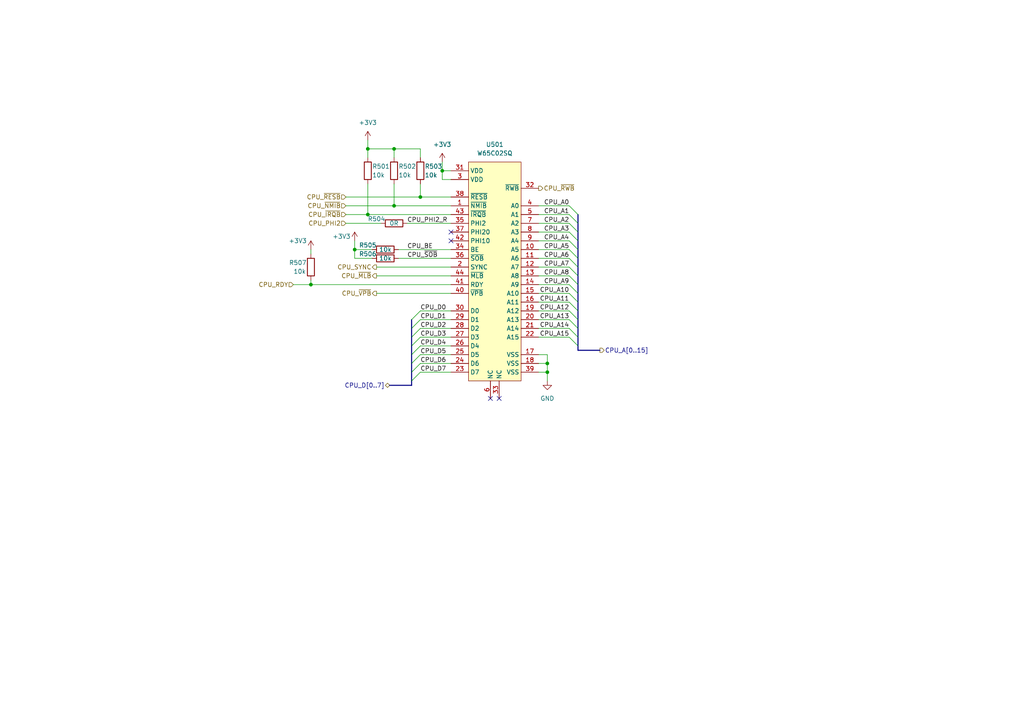
<source format=kicad_sch>
(kicad_sch (version 20211123) (generator eeschema)

  (uuid 1554b493-fb7d-4e68-9cf0-2176cd5306d4)

  (paper "A4")

  (lib_symbols
    (symbol "Device:R" (pin_numbers hide) (pin_names (offset 0)) (in_bom yes) (on_board yes)
      (property "Reference" "R" (id 0) (at 2.032 0 90)
        (effects (font (size 1.27 1.27)))
      )
      (property "Value" "R" (id 1) (at 0 0 90)
        (effects (font (size 1.27 1.27)))
      )
      (property "Footprint" "" (id 2) (at -1.778 0 90)
        (effects (font (size 1.27 1.27)) hide)
      )
      (property "Datasheet" "~" (id 3) (at 0 0 0)
        (effects (font (size 1.27 1.27)) hide)
      )
      (property "ki_keywords" "R res resistor" (id 4) (at 0 0 0)
        (effects (font (size 1.27 1.27)) hide)
      )
      (property "ki_description" "Resistor" (id 5) (at 0 0 0)
        (effects (font (size 1.27 1.27)) hide)
      )
      (property "ki_fp_filters" "R_*" (id 6) (at 0 0 0)
        (effects (font (size 1.27 1.27)) hide)
      )
      (symbol "R_0_1"
        (rectangle (start -1.016 -2.54) (end 1.016 2.54)
          (stroke (width 0.254) (type default) (color 0 0 0 0))
          (fill (type none))
        )
      )
      (symbol "R_1_1"
        (pin passive line (at 0 3.81 270) (length 1.27)
          (name "~" (effects (font (size 1.27 1.27))))
          (number "1" (effects (font (size 1.27 1.27))))
        )
        (pin passive line (at 0 -3.81 90) (length 1.27)
          (name "~" (effects (font (size 1.27 1.27))))
          (number "2" (effects (font (size 1.27 1.27))))
        )
      )
    )
    (symbol "IC:W65C02SQ" (in_bom yes) (on_board yes)
      (property "Reference" "U" (id 0) (at 0 0 0)
        (effects (font (size 1.27 1.27)))
      )
      (property "Value" "W65C02SQ" (id 1) (at 8.89 1.27 0)
        (effects (font (size 1.27 1.27)))
      )
      (property "Footprint" "Package_QFP:LQFP-44_10x10mm_P0.8mm" (id 2) (at 0 0 0)
        (effects (font (size 1.27 1.27)) hide)
      )
      (property "Datasheet" "" (id 3) (at 0 0 0)
        (effects (font (size 1.27 1.27)) hide)
      )
      (symbol "W65C02SQ_0_1"
        (rectangle (start -1.27 -1.27) (end 13.97 -64.77)
          (stroke (width 0) (type default) (color 0 0 0 0))
          (fill (type background))
        )
      )
      (symbol "W65C02SQ_1_1"
        (pin bidirectional line (at -6.35 -13.97 0) (length 5.08)
          (name "~{NMIB}" (effects (font (size 1.27 1.27))))
          (number "1" (effects (font (size 1.27 1.27))))
        )
        (pin bidirectional line (at 19.05 -26.67 180) (length 5.08)
          (name "A5" (effects (font (size 1.27 1.27))))
          (number "10" (effects (font (size 1.27 1.27))))
        )
        (pin bidirectional line (at 19.05 -29.21 180) (length 5.08)
          (name "A6" (effects (font (size 1.27 1.27))))
          (number "11" (effects (font (size 1.27 1.27))))
        )
        (pin bidirectional line (at 19.05 -31.75 180) (length 5.08)
          (name "A7" (effects (font (size 1.27 1.27))))
          (number "12" (effects (font (size 1.27 1.27))))
        )
        (pin bidirectional line (at 19.05 -34.29 180) (length 5.08)
          (name "A8" (effects (font (size 1.27 1.27))))
          (number "13" (effects (font (size 1.27 1.27))))
        )
        (pin bidirectional line (at 19.05 -36.83 180) (length 5.08)
          (name "A9" (effects (font (size 1.27 1.27))))
          (number "14" (effects (font (size 1.27 1.27))))
        )
        (pin bidirectional line (at 19.05 -39.37 180) (length 5.08)
          (name "A10" (effects (font (size 1.27 1.27))))
          (number "15" (effects (font (size 1.27 1.27))))
        )
        (pin bidirectional line (at 19.05 -41.91 180) (length 5.08)
          (name "A11" (effects (font (size 1.27 1.27))))
          (number "16" (effects (font (size 1.27 1.27))))
        )
        (pin bidirectional line (at 19.05 -57.15 180) (length 5.08)
          (name "VSS" (effects (font (size 1.27 1.27))))
          (number "17" (effects (font (size 1.27 1.27))))
        )
        (pin bidirectional line (at 19.05 -59.69 180) (length 5.08)
          (name "VSS" (effects (font (size 1.27 1.27))))
          (number "18" (effects (font (size 1.27 1.27))))
        )
        (pin bidirectional line (at 19.05 -44.45 180) (length 5.08)
          (name "A12" (effects (font (size 1.27 1.27))))
          (number "19" (effects (font (size 1.27 1.27))))
        )
        (pin bidirectional line (at -6.35 -31.75 0) (length 5.08)
          (name "SYNC" (effects (font (size 1.27 1.27))))
          (number "2" (effects (font (size 1.27 1.27))))
        )
        (pin bidirectional line (at 19.05 -46.99 180) (length 5.08)
          (name "A13" (effects (font (size 1.27 1.27))))
          (number "20" (effects (font (size 1.27 1.27))))
        )
        (pin bidirectional line (at 19.05 -49.53 180) (length 5.08)
          (name "A14" (effects (font (size 1.27 1.27))))
          (number "21" (effects (font (size 1.27 1.27))))
        )
        (pin bidirectional line (at 19.05 -52.07 180) (length 5.08)
          (name "A15" (effects (font (size 1.27 1.27))))
          (number "22" (effects (font (size 1.27 1.27))))
        )
        (pin bidirectional line (at -6.35 -62.23 0) (length 5.08)
          (name "D7" (effects (font (size 1.27 1.27))))
          (number "23" (effects (font (size 1.27 1.27))))
        )
        (pin bidirectional line (at -6.35 -59.69 0) (length 5.08)
          (name "D6" (effects (font (size 1.27 1.27))))
          (number "24" (effects (font (size 1.27 1.27))))
        )
        (pin bidirectional line (at -6.35 -57.15 0) (length 5.08)
          (name "D5" (effects (font (size 1.27 1.27))))
          (number "25" (effects (font (size 1.27 1.27))))
        )
        (pin bidirectional line (at -6.35 -54.61 0) (length 5.08)
          (name "D4" (effects (font (size 1.27 1.27))))
          (number "26" (effects (font (size 1.27 1.27))))
        )
        (pin bidirectional line (at -6.35 -52.07 0) (length 5.08)
          (name "D3" (effects (font (size 1.27 1.27))))
          (number "27" (effects (font (size 1.27 1.27))))
        )
        (pin bidirectional line (at -6.35 -49.53 0) (length 5.08)
          (name "D2" (effects (font (size 1.27 1.27))))
          (number "28" (effects (font (size 1.27 1.27))))
        )
        (pin bidirectional line (at -6.35 -46.99 0) (length 5.08)
          (name "D1" (effects (font (size 1.27 1.27))))
          (number "29" (effects (font (size 1.27 1.27))))
        )
        (pin bidirectional line (at -6.35 -6.35 0) (length 5.08)
          (name "VDD" (effects (font (size 1.27 1.27))))
          (number "3" (effects (font (size 1.27 1.27))))
        )
        (pin bidirectional line (at -6.35 -44.45 0) (length 5.08)
          (name "D0" (effects (font (size 1.27 1.27))))
          (number "30" (effects (font (size 1.27 1.27))))
        )
        (pin bidirectional line (at -6.35 -3.81 0) (length 5.08)
          (name "VDD" (effects (font (size 1.27 1.27))))
          (number "31" (effects (font (size 1.27 1.27))))
        )
        (pin bidirectional line (at 19.05 -8.89 180) (length 5.08)
          (name "~{RWB}" (effects (font (size 1.27 1.27))))
          (number "32" (effects (font (size 1.27 1.27))))
        )
        (pin bidirectional line (at 7.62 -69.85 90) (length 5.08)
          (name "NC" (effects (font (size 1.27 1.27))))
          (number "33" (effects (font (size 1.27 1.27))))
        )
        (pin bidirectional line (at -6.35 -26.67 0) (length 5.08)
          (name "BE" (effects (font (size 1.27 1.27))))
          (number "34" (effects (font (size 1.27 1.27))))
        )
        (pin bidirectional line (at -6.35 -19.05 0) (length 5.08)
          (name "PHI2" (effects (font (size 1.27 1.27))))
          (number "35" (effects (font (size 1.27 1.27))))
        )
        (pin bidirectional line (at -6.35 -29.21 0) (length 5.08)
          (name "~{SOB}" (effects (font (size 1.27 1.27))))
          (number "36" (effects (font (size 1.27 1.27))))
        )
        (pin bidirectional line (at -6.35 -21.59 0) (length 5.08)
          (name "PHI20" (effects (font (size 1.27 1.27))))
          (number "37" (effects (font (size 1.27 1.27))))
        )
        (pin bidirectional line (at -6.35 -11.43 0) (length 5.08)
          (name "~{RESB}" (effects (font (size 1.27 1.27))))
          (number "38" (effects (font (size 1.27 1.27))))
        )
        (pin bidirectional line (at 19.05 -62.23 180) (length 5.08)
          (name "VSS" (effects (font (size 1.27 1.27))))
          (number "39" (effects (font (size 1.27 1.27))))
        )
        (pin bidirectional line (at 19.05 -13.97 180) (length 5.08)
          (name "A0" (effects (font (size 1.27 1.27))))
          (number "4" (effects (font (size 1.27 1.27))))
        )
        (pin bidirectional line (at -6.35 -39.37 0) (length 5.08)
          (name "~{VPB}" (effects (font (size 1.27 1.27))))
          (number "40" (effects (font (size 1.27 1.27))))
        )
        (pin bidirectional line (at -6.35 -36.83 0) (length 5.08)
          (name "RDY" (effects (font (size 1.27 1.27))))
          (number "41" (effects (font (size 1.27 1.27))))
        )
        (pin bidirectional line (at -6.35 -24.13 0) (length 5.08)
          (name "PHI10" (effects (font (size 1.27 1.27))))
          (number "42" (effects (font (size 1.27 1.27))))
        )
        (pin bidirectional line (at -6.35 -16.51 0) (length 5.08)
          (name "~{IRQB}" (effects (font (size 1.27 1.27))))
          (number "43" (effects (font (size 1.27 1.27))))
        )
        (pin bidirectional line (at -6.35 -34.29 0) (length 5.08)
          (name "~{MLB}" (effects (font (size 1.27 1.27))))
          (number "44" (effects (font (size 1.27 1.27))))
        )
        (pin bidirectional line (at 19.05 -16.51 180) (length 5.08)
          (name "A1" (effects (font (size 1.27 1.27))))
          (number "5" (effects (font (size 1.27 1.27))))
        )
        (pin bidirectional line (at 5.08 -69.85 90) (length 5.08)
          (name "NC" (effects (font (size 1.27 1.27))))
          (number "6" (effects (font (size 1.27 1.27))))
        )
        (pin bidirectional line (at 19.05 -19.05 180) (length 5.08)
          (name "A2" (effects (font (size 1.27 1.27))))
          (number "7" (effects (font (size 1.27 1.27))))
        )
        (pin bidirectional line (at 19.05 -21.59 180) (length 5.08)
          (name "A3" (effects (font (size 1.27 1.27))))
          (number "8" (effects (font (size 1.27 1.27))))
        )
        (pin bidirectional line (at 19.05 -24.13 180) (length 5.08)
          (name "A4" (effects (font (size 1.27 1.27))))
          (number "9" (effects (font (size 1.27 1.27))))
        )
      )
    )
    (symbol "power:+3V3" (power) (pin_names (offset 0)) (in_bom yes) (on_board yes)
      (property "Reference" "#PWR" (id 0) (at 0 -3.81 0)
        (effects (font (size 1.27 1.27)) hide)
      )
      (property "Value" "+3V3" (id 1) (at 0 3.556 0)
        (effects (font (size 1.27 1.27)))
      )
      (property "Footprint" "" (id 2) (at 0 0 0)
        (effects (font (size 1.27 1.27)) hide)
      )
      (property "Datasheet" "" (id 3) (at 0 0 0)
        (effects (font (size 1.27 1.27)) hide)
      )
      (property "ki_keywords" "power-flag" (id 4) (at 0 0 0)
        (effects (font (size 1.27 1.27)) hide)
      )
      (property "ki_description" "Power symbol creates a global label with name \"+3V3\"" (id 5) (at 0 0 0)
        (effects (font (size 1.27 1.27)) hide)
      )
      (symbol "+3V3_0_1"
        (polyline
          (pts
            (xy -0.762 1.27)
            (xy 0 2.54)
          )
          (stroke (width 0) (type default) (color 0 0 0 0))
          (fill (type none))
        )
        (polyline
          (pts
            (xy 0 0)
            (xy 0 2.54)
          )
          (stroke (width 0) (type default) (color 0 0 0 0))
          (fill (type none))
        )
        (polyline
          (pts
            (xy 0 2.54)
            (xy 0.762 1.27)
          )
          (stroke (width 0) (type default) (color 0 0 0 0))
          (fill (type none))
        )
      )
      (symbol "+3V3_1_1"
        (pin power_in line (at 0 0 90) (length 0) hide
          (name "+3V3" (effects (font (size 1.27 1.27))))
          (number "1" (effects (font (size 1.27 1.27))))
        )
      )
    )
    (symbol "power:GND" (power) (pin_names (offset 0)) (in_bom yes) (on_board yes)
      (property "Reference" "#PWR" (id 0) (at 0 -6.35 0)
        (effects (font (size 1.27 1.27)) hide)
      )
      (property "Value" "GND" (id 1) (at 0 -3.81 0)
        (effects (font (size 1.27 1.27)))
      )
      (property "Footprint" "" (id 2) (at 0 0 0)
        (effects (font (size 1.27 1.27)) hide)
      )
      (property "Datasheet" "" (id 3) (at 0 0 0)
        (effects (font (size 1.27 1.27)) hide)
      )
      (property "ki_keywords" "power-flag" (id 4) (at 0 0 0)
        (effects (font (size 1.27 1.27)) hide)
      )
      (property "ki_description" "Power symbol creates a global label with name \"GND\" , ground" (id 5) (at 0 0 0)
        (effects (font (size 1.27 1.27)) hide)
      )
      (symbol "GND_0_1"
        (polyline
          (pts
            (xy 0 0)
            (xy 0 -1.27)
            (xy 1.27 -1.27)
            (xy 0 -2.54)
            (xy -1.27 -1.27)
            (xy 0 -1.27)
          )
          (stroke (width 0) (type default) (color 0 0 0 0))
          (fill (type none))
        )
      )
      (symbol "GND_1_1"
        (pin power_in line (at 0 0 270) (length 0) hide
          (name "GND" (effects (font (size 1.27 1.27))))
          (number "1" (effects (font (size 1.27 1.27))))
        )
      )
    )
  )

  (junction (at 102.87 72.39) (diameter 0) (color 0 0 0 0)
    (uuid 050b5587-79cf-4a4e-a33b-15ae9a9affaf)
  )
  (junction (at 106.68 62.23) (diameter 0) (color 0 0 0 0)
    (uuid 0aa5493a-9188-48b4-9b49-94eb37dea12c)
  )
  (junction (at 128.27 49.53) (diameter 0) (color 0 0 0 0)
    (uuid 289b1749-a41d-4f94-8754-aa66eda32e8f)
  )
  (junction (at 114.3 59.69) (diameter 0) (color 0 0 0 0)
    (uuid 2af50ad0-647b-4772-9f37-609bb0ad9ac4)
  )
  (junction (at 158.75 107.95) (diameter 0) (color 0 0 0 0)
    (uuid 458d89bd-6488-4b69-8869-464b9ec23ac0)
  )
  (junction (at 90.17 82.55) (diameter 0) (color 0 0 0 0)
    (uuid 53b336b1-c539-4d99-9bfb-4f2d90f496c7)
  )
  (junction (at 106.68 43.18) (diameter 0) (color 0 0 0 0)
    (uuid 8202d3b5-ae4b-42f7-b90a-ad740515bc92)
  )
  (junction (at 121.92 57.15) (diameter 0) (color 0 0 0 0)
    (uuid a0a20e7a-10a8-4112-966b-0da14578b5ce)
  )
  (junction (at 158.75 105.41) (diameter 0) (color 0 0 0 0)
    (uuid a1da9ed7-ed3d-457f-a0c5-13d7f4153d73)
  )
  (junction (at 114.3 43.18) (diameter 0) (color 0 0 0 0)
    (uuid ed71533a-86b3-4dea-ab6d-05a88461f6d4)
  )

  (no_connect (at 130.81 69.85) (uuid 2b5f9121-a581-40af-8718-f3d38bafbb83))
  (no_connect (at 130.81 67.31) (uuid 62bf4e32-2d43-4a73-a61b-ce01ed4b8539))
  (no_connect (at 142.24 115.57) (uuid 67004a2d-520b-4f29-af86-17ed8998dedd))
  (no_connect (at 144.78 115.57) (uuid b8d16c77-67ca-4edd-b24b-08cdf5979a1e))

  (bus_entry (at 165.1 59.69) (size 2.54 2.54)
    (stroke (width 0) (type default) (color 0 0 0 0))
    (uuid 697a3264-a5b3-404b-9470-826ecbf177dc)
  )
  (bus_entry (at 165.1 72.39) (size 2.54 2.54)
    (stroke (width 0) (type default) (color 0 0 0 0))
    (uuid 697a3264-a5b3-404b-9470-826ecbf177dd)
  )
  (bus_entry (at 165.1 69.85) (size 2.54 2.54)
    (stroke (width 0) (type default) (color 0 0 0 0))
    (uuid 697a3264-a5b3-404b-9470-826ecbf177de)
  )
  (bus_entry (at 165.1 67.31) (size 2.54 2.54)
    (stroke (width 0) (type default) (color 0 0 0 0))
    (uuid 697a3264-a5b3-404b-9470-826ecbf177df)
  )
  (bus_entry (at 165.1 64.77) (size 2.54 2.54)
    (stroke (width 0) (type default) (color 0 0 0 0))
    (uuid 697a3264-a5b3-404b-9470-826ecbf177e0)
  )
  (bus_entry (at 165.1 80.01) (size 2.54 2.54)
    (stroke (width 0) (type default) (color 0 0 0 0))
    (uuid 697a3264-a5b3-404b-9470-826ecbf177e1)
  )
  (bus_entry (at 165.1 87.63) (size 2.54 2.54)
    (stroke (width 0) (type default) (color 0 0 0 0))
    (uuid 697a3264-a5b3-404b-9470-826ecbf177e2)
  )
  (bus_entry (at 165.1 85.09) (size 2.54 2.54)
    (stroke (width 0) (type default) (color 0 0 0 0))
    (uuid 697a3264-a5b3-404b-9470-826ecbf177e3)
  )
  (bus_entry (at 165.1 82.55) (size 2.54 2.54)
    (stroke (width 0) (type default) (color 0 0 0 0))
    (uuid 697a3264-a5b3-404b-9470-826ecbf177e4)
  )
  (bus_entry (at 165.1 62.23) (size 2.54 2.54)
    (stroke (width 0) (type default) (color 0 0 0 0))
    (uuid 697a3264-a5b3-404b-9470-826ecbf177e5)
  )
  (bus_entry (at 165.1 74.93) (size 2.54 2.54)
    (stroke (width 0) (type default) (color 0 0 0 0))
    (uuid 697a3264-a5b3-404b-9470-826ecbf177e6)
  )
  (bus_entry (at 165.1 77.47) (size 2.54 2.54)
    (stroke (width 0) (type default) (color 0 0 0 0))
    (uuid 697a3264-a5b3-404b-9470-826ecbf177e7)
  )
  (bus_entry (at 119.38 105.41) (size 2.54 -2.54)
    (stroke (width 0) (type default) (color 0 0 0 0))
    (uuid 697a3264-a5b3-404b-9470-826ecbf177e8)
  )
  (bus_entry (at 119.38 107.95) (size 2.54 -2.54)
    (stroke (width 0) (type default) (color 0 0 0 0))
    (uuid 697a3264-a5b3-404b-9470-826ecbf177e9)
  )
  (bus_entry (at 119.38 110.49) (size 2.54 -2.54)
    (stroke (width 0) (type default) (color 0 0 0 0))
    (uuid 697a3264-a5b3-404b-9470-826ecbf177ea)
  )
  (bus_entry (at 119.38 92.71) (size 2.54 -2.54)
    (stroke (width 0) (type default) (color 0 0 0 0))
    (uuid 697a3264-a5b3-404b-9470-826ecbf177eb)
  )
  (bus_entry (at 119.38 95.25) (size 2.54 -2.54)
    (stroke (width 0) (type default) (color 0 0 0 0))
    (uuid 697a3264-a5b3-404b-9470-826ecbf177ec)
  )
  (bus_entry (at 119.38 97.79) (size 2.54 -2.54)
    (stroke (width 0) (type default) (color 0 0 0 0))
    (uuid 697a3264-a5b3-404b-9470-826ecbf177ed)
  )
  (bus_entry (at 119.38 100.33) (size 2.54 -2.54)
    (stroke (width 0) (type default) (color 0 0 0 0))
    (uuid 697a3264-a5b3-404b-9470-826ecbf177ee)
  )
  (bus_entry (at 119.38 102.87) (size 2.54 -2.54)
    (stroke (width 0) (type default) (color 0 0 0 0))
    (uuid 697a3264-a5b3-404b-9470-826ecbf177ef)
  )
  (bus_entry (at 165.1 90.17) (size 2.54 2.54)
    (stroke (width 0) (type default) (color 0 0 0 0))
    (uuid 697a3264-a5b3-404b-9470-826ecbf177f0)
  )
  (bus_entry (at 165.1 92.71) (size 2.54 2.54)
    (stroke (width 0) (type default) (color 0 0 0 0))
    (uuid 697a3264-a5b3-404b-9470-826ecbf177f1)
  )
  (bus_entry (at 165.1 95.25) (size 2.54 2.54)
    (stroke (width 0) (type default) (color 0 0 0 0))
    (uuid 697a3264-a5b3-404b-9470-826ecbf177f2)
  )
  (bus_entry (at 165.1 97.79) (size 2.54 2.54)
    (stroke (width 0) (type default) (color 0 0 0 0))
    (uuid 697a3264-a5b3-404b-9470-826ecbf177f3)
  )

  (wire (pts (xy 156.21 82.55) (xy 165.1 82.55))
    (stroke (width 0) (type default) (color 0 0 0 0))
    (uuid 03fa5a13-e8ed-4444-ae94-4f8dbecf97b0)
  )
  (wire (pts (xy 121.92 53.34) (xy 121.92 57.15))
    (stroke (width 0) (type default) (color 0 0 0 0))
    (uuid 0e641f43-bb1e-42ea-935f-19aa8189b9cb)
  )
  (wire (pts (xy 156.21 59.69) (xy 165.1 59.69))
    (stroke (width 0) (type default) (color 0 0 0 0))
    (uuid 0fe16bbe-ff2f-40cb-8cb3-7f322dff7d70)
  )
  (wire (pts (xy 130.81 102.87) (xy 121.92 102.87))
    (stroke (width 0) (type default) (color 0 0 0 0))
    (uuid 13595c2b-6818-44ad-8940-2fc8575a3edf)
  )
  (wire (pts (xy 85.09 82.55) (xy 90.17 82.55))
    (stroke (width 0) (type default) (color 0 0 0 0))
    (uuid 1b05333d-fdce-418b-ac76-f481c9813524)
  )
  (wire (pts (xy 130.81 107.95) (xy 121.92 107.95))
    (stroke (width 0) (type default) (color 0 0 0 0))
    (uuid 1b841024-7d70-4896-ad76-9d27d647b531)
  )
  (wire (pts (xy 109.22 77.47) (xy 130.81 77.47))
    (stroke (width 0) (type default) (color 0 0 0 0))
    (uuid 1cda7e65-1f38-47bd-866b-d11849df7f57)
  )
  (wire (pts (xy 109.22 85.09) (xy 130.81 85.09))
    (stroke (width 0) (type default) (color 0 0 0 0))
    (uuid 217b62e6-e88f-4e4e-a9bd-2563a69a6e71)
  )
  (wire (pts (xy 106.68 43.18) (xy 114.3 43.18))
    (stroke (width 0) (type default) (color 0 0 0 0))
    (uuid 22e29ad6-6d4e-46fc-962c-c8aed4f5fa78)
  )
  (wire (pts (xy 158.75 105.41) (xy 158.75 107.95))
    (stroke (width 0) (type default) (color 0 0 0 0))
    (uuid 239dbe7b-ce67-469f-b0a3-5fa2a300cae8)
  )
  (wire (pts (xy 118.11 64.77) (xy 130.81 64.77))
    (stroke (width 0) (type default) (color 0 0 0 0))
    (uuid 23e58e00-9b8d-4491-afc8-f48a51617424)
  )
  (wire (pts (xy 106.68 62.23) (xy 130.81 62.23))
    (stroke (width 0) (type default) (color 0 0 0 0))
    (uuid 23f5e0ef-e286-4dbd-b4aa-051edf8a9100)
  )
  (bus (pts (xy 167.64 82.55) (xy 167.64 85.09))
    (stroke (width 0) (type default) (color 0 0 0 0))
    (uuid 27332dec-88d7-4a5c-b719-fd6d52bcfdd7)
  )

  (wire (pts (xy 106.68 53.34) (xy 106.68 62.23))
    (stroke (width 0) (type default) (color 0 0 0 0))
    (uuid 2875b0c6-e767-4437-ab35-2abdbd5f2557)
  )
  (wire (pts (xy 100.33 57.15) (xy 121.92 57.15))
    (stroke (width 0) (type default) (color 0 0 0 0))
    (uuid 299bca60-1922-4247-b3bc-414bc9db8168)
  )
  (wire (pts (xy 158.75 102.87) (xy 158.75 105.41))
    (stroke (width 0) (type default) (color 0 0 0 0))
    (uuid 2c3899ef-186e-47fa-9740-f8e00c265587)
  )
  (bus (pts (xy 119.38 105.41) (xy 119.38 107.95))
    (stroke (width 0) (type default) (color 0 0 0 0))
    (uuid 3155c75d-87de-4b3d-bb8b-2ec7643b43ad)
  )

  (wire (pts (xy 90.17 82.55) (xy 130.81 82.55))
    (stroke (width 0) (type default) (color 0 0 0 0))
    (uuid 3675c732-98b4-41f0-9e18-56bcb7f039c8)
  )
  (wire (pts (xy 106.68 45.72) (xy 106.68 43.18))
    (stroke (width 0) (type default) (color 0 0 0 0))
    (uuid 3f9c82d1-4364-40be-8dcb-6ead343582bd)
  )
  (wire (pts (xy 156.21 64.77) (xy 165.1 64.77))
    (stroke (width 0) (type default) (color 0 0 0 0))
    (uuid 41e9535a-969d-4736-b5d6-5a59d00f7b1c)
  )
  (bus (pts (xy 119.38 97.79) (xy 119.38 100.33))
    (stroke (width 0) (type default) (color 0 0 0 0))
    (uuid 46bb7a4b-ce5c-4212-85fc-43ce45831908)
  )

  (wire (pts (xy 156.21 102.87) (xy 158.75 102.87))
    (stroke (width 0) (type default) (color 0 0 0 0))
    (uuid 46c8feec-7990-4b81-a7e3-20a3cd265bf1)
  )
  (wire (pts (xy 114.3 43.18) (xy 121.92 43.18))
    (stroke (width 0) (type default) (color 0 0 0 0))
    (uuid 48613b2c-71bd-4500-9352-3c2e0bdfbb5e)
  )
  (wire (pts (xy 100.33 64.77) (xy 110.49 64.77))
    (stroke (width 0) (type default) (color 0 0 0 0))
    (uuid 4e442c83-d80d-4421-b76f-e8326a9c7ba0)
  )
  (wire (pts (xy 90.17 72.39) (xy 90.17 73.66))
    (stroke (width 0) (type default) (color 0 0 0 0))
    (uuid 51c93982-dc89-43d7-a5d5-3df1263b92e0)
  )
  (wire (pts (xy 121.92 57.15) (xy 130.81 57.15))
    (stroke (width 0) (type default) (color 0 0 0 0))
    (uuid 560c8587-e7a9-45ba-84e9-0598453f946c)
  )
  (wire (pts (xy 100.33 62.23) (xy 106.68 62.23))
    (stroke (width 0) (type default) (color 0 0 0 0))
    (uuid 5da8fde6-88aa-40c1-a0c6-3d2d31e77ee6)
  )
  (wire (pts (xy 109.22 80.01) (xy 130.81 80.01))
    (stroke (width 0) (type default) (color 0 0 0 0))
    (uuid 60445dd5-037e-46ea-b2ea-12a1285fb7ca)
  )
  (wire (pts (xy 106.68 40.64) (xy 106.68 43.18))
    (stroke (width 0) (type default) (color 0 0 0 0))
    (uuid 61800544-9f91-4345-a05e-b04c6d60523a)
  )
  (bus (pts (xy 167.64 92.71) (xy 167.64 95.25))
    (stroke (width 0) (type default) (color 0 0 0 0))
    (uuid 6712b643-ca1a-4c79-a3ba-29e2a129255a)
  )

  (wire (pts (xy 102.87 72.39) (xy 102.87 69.85))
    (stroke (width 0) (type default) (color 0 0 0 0))
    (uuid 679ac9ab-5218-45f7-bc36-1012f8c5a04f)
  )
  (wire (pts (xy 90.17 81.28) (xy 90.17 82.55))
    (stroke (width 0) (type default) (color 0 0 0 0))
    (uuid 69b71fba-2caa-44e5-b6ef-fa382e627758)
  )
  (bus (pts (xy 167.64 101.6) (xy 173.99 101.6))
    (stroke (width 0) (type default) (color 0 0 0 0))
    (uuid 6a374722-f9cf-4372-a27d-e9de431e3387)
  )

  (wire (pts (xy 156.21 77.47) (xy 165.1 77.47))
    (stroke (width 0) (type default) (color 0 0 0 0))
    (uuid 713fd6b4-1427-4159-bfed-580c62bcd68b)
  )
  (wire (pts (xy 100.33 59.69) (xy 114.3 59.69))
    (stroke (width 0) (type default) (color 0 0 0 0))
    (uuid 723de88a-95ec-4cfc-8e16-12236e1c21b6)
  )
  (bus (pts (xy 119.38 102.87) (xy 119.38 105.41))
    (stroke (width 0) (type default) (color 0 0 0 0))
    (uuid 7577891b-1640-4064-b95e-ba1f8911eae2)
  )
  (bus (pts (xy 167.64 64.77) (xy 167.64 67.31))
    (stroke (width 0) (type default) (color 0 0 0 0))
    (uuid 76990f47-c280-4569-85c0-5da9bf01fdf6)
  )

  (wire (pts (xy 158.75 107.95) (xy 156.21 107.95))
    (stroke (width 0) (type default) (color 0 0 0 0))
    (uuid 7cc531a2-fc33-4408-90bb-66728a853184)
  )
  (bus (pts (xy 167.64 74.93) (xy 167.64 77.47))
    (stroke (width 0) (type default) (color 0 0 0 0))
    (uuid 7d01df8e-6407-4f91-9afb-9cc056c263a9)
  )

  (wire (pts (xy 115.57 72.39) (xy 130.81 72.39))
    (stroke (width 0) (type default) (color 0 0 0 0))
    (uuid 7fbd914c-ae89-4cd2-abda-82b3c7c0f8f1)
  )
  (bus (pts (xy 167.64 87.63) (xy 167.64 90.17))
    (stroke (width 0) (type default) (color 0 0 0 0))
    (uuid 858e555b-ff4b-4ab0-8d0a-dc385feb86d5)
  )

  (wire (pts (xy 130.81 100.33) (xy 121.92 100.33))
    (stroke (width 0) (type default) (color 0 0 0 0))
    (uuid 8742157c-f6ca-42fc-8b4b-ac5b25909f8a)
  )
  (wire (pts (xy 156.21 67.31) (xy 165.1 67.31))
    (stroke (width 0) (type default) (color 0 0 0 0))
    (uuid 89bd7075-2ad5-4287-83a5-ad815b13ddef)
  )
  (bus (pts (xy 167.64 90.17) (xy 167.64 92.71))
    (stroke (width 0) (type default) (color 0 0 0 0))
    (uuid 8f2169fa-bc85-402a-8d01-fb2890bf4001)
  )
  (bus (pts (xy 167.64 85.09) (xy 167.64 87.63))
    (stroke (width 0) (type default) (color 0 0 0 0))
    (uuid 90b2611f-e5b9-47d4-bb2f-b0ca6e016f42)
  )

  (wire (pts (xy 156.21 69.85) (xy 165.1 69.85))
    (stroke (width 0) (type default) (color 0 0 0 0))
    (uuid 9ad3168b-ed34-4013-9cea-7fc9b7d56703)
  )
  (wire (pts (xy 130.81 105.41) (xy 121.92 105.41))
    (stroke (width 0) (type default) (color 0 0 0 0))
    (uuid 9b0f59ee-fc1a-4559-bcee-cb673e8abaf9)
  )
  (wire (pts (xy 130.81 95.25) (xy 121.92 95.25))
    (stroke (width 0) (type default) (color 0 0 0 0))
    (uuid 9fd32d67-9f90-4134-98a2-63645f74854d)
  )
  (bus (pts (xy 119.38 100.33) (xy 119.38 102.87))
    (stroke (width 0) (type default) (color 0 0 0 0))
    (uuid a11d6bcd-ef92-40fb-8042-43e845c6fdc6)
  )

  (wire (pts (xy 156.21 105.41) (xy 158.75 105.41))
    (stroke (width 0) (type default) (color 0 0 0 0))
    (uuid a454d962-687d-4f0e-854c-b62435b2cc1d)
  )
  (wire (pts (xy 156.21 72.39) (xy 165.1 72.39))
    (stroke (width 0) (type default) (color 0 0 0 0))
    (uuid a48fe17b-a4b0-406d-aab3-8a08b14be1aa)
  )
  (wire (pts (xy 156.21 74.93) (xy 165.1 74.93))
    (stroke (width 0) (type default) (color 0 0 0 0))
    (uuid ac8400a2-41d2-43e5-8d03-96070b4b94f3)
  )
  (wire (pts (xy 128.27 49.53) (xy 130.81 49.53))
    (stroke (width 0) (type default) (color 0 0 0 0))
    (uuid ae2fd578-0bc6-427a-84e4-9110d3e605ce)
  )
  (wire (pts (xy 128.27 52.07) (xy 130.81 52.07))
    (stroke (width 0) (type default) (color 0 0 0 0))
    (uuid b47af931-6587-4262-9e61-efc41b38c285)
  )
  (wire (pts (xy 130.81 92.71) (xy 121.92 92.71))
    (stroke (width 0) (type default) (color 0 0 0 0))
    (uuid b4b30d94-b99b-409d-b73d-86fb643ee76a)
  )
  (bus (pts (xy 119.38 110.49) (xy 119.38 111.76))
    (stroke (width 0) (type default) (color 0 0 0 0))
    (uuid b5f763cb-0038-4314-8ac4-fdf285659282)
  )

  (wire (pts (xy 107.95 74.93) (xy 102.87 74.93))
    (stroke (width 0) (type default) (color 0 0 0 0))
    (uuid b80ae593-de29-41d8-b5d1-6b67b89f6717)
  )
  (wire (pts (xy 130.81 90.17) (xy 121.92 90.17))
    (stroke (width 0) (type default) (color 0 0 0 0))
    (uuid b8cf40c2-832f-43b1-a0eb-3842553f397d)
  )
  (bus (pts (xy 119.38 92.71) (xy 119.38 95.25))
    (stroke (width 0) (type default) (color 0 0 0 0))
    (uuid b8f17eec-557a-47aa-98ea-7de3668a9556)
  )

  (wire (pts (xy 121.92 43.18) (xy 121.92 45.72))
    (stroke (width 0) (type default) (color 0 0 0 0))
    (uuid b965982d-9095-4137-8f50-7db7d1d57531)
  )
  (wire (pts (xy 156.21 80.01) (xy 165.1 80.01))
    (stroke (width 0) (type default) (color 0 0 0 0))
    (uuid c08c6fb0-703d-483c-b8cf-fd3f0fd562ec)
  )
  (wire (pts (xy 156.21 62.23) (xy 165.1 62.23))
    (stroke (width 0) (type default) (color 0 0 0 0))
    (uuid c328afed-af30-4b10-9c9b-40afdcaed75f)
  )
  (bus (pts (xy 167.64 95.25) (xy 167.64 97.79))
    (stroke (width 0) (type default) (color 0 0 0 0))
    (uuid c58780e0-0a06-486f-88e3-c9464a5397e2)
  )

  (wire (pts (xy 158.75 110.49) (xy 158.75 107.95))
    (stroke (width 0) (type default) (color 0 0 0 0))
    (uuid c7588e83-4eab-4f54-9f54-d4015f8022fa)
  )
  (wire (pts (xy 102.87 74.93) (xy 102.87 72.39))
    (stroke (width 0) (type default) (color 0 0 0 0))
    (uuid c76bdac5-fd79-49d8-8f6c-870af74c83c2)
  )
  (wire (pts (xy 156.21 85.09) (xy 165.1 85.09))
    (stroke (width 0) (type default) (color 0 0 0 0))
    (uuid c8f35f79-9f2d-43ff-b248-810cb630991d)
  )
  (wire (pts (xy 156.21 92.71) (xy 165.1 92.71))
    (stroke (width 0) (type default) (color 0 0 0 0))
    (uuid d060b91e-5dc3-480f-bf98-60652aac9720)
  )
  (bus (pts (xy 167.64 72.39) (xy 167.64 74.93))
    (stroke (width 0) (type default) (color 0 0 0 0))
    (uuid d453ae3e-d6d6-4152-9e10-fdcd8448e30f)
  )
  (bus (pts (xy 167.64 69.85) (xy 167.64 72.39))
    (stroke (width 0) (type default) (color 0 0 0 0))
    (uuid d769c89a-baf1-4097-8d07-6faf57496cbf)
  )

  (wire (pts (xy 156.21 95.25) (xy 165.1 95.25))
    (stroke (width 0) (type default) (color 0 0 0 0))
    (uuid d7da4590-4a67-4ed5-b133-1bf4c2fd3124)
  )
  (bus (pts (xy 167.64 80.01) (xy 167.64 82.55))
    (stroke (width 0) (type default) (color 0 0 0 0))
    (uuid da87856d-db8f-4a33-9104-acf97d06e668)
  )
  (bus (pts (xy 167.64 62.23) (xy 167.64 64.77))
    (stroke (width 0) (type default) (color 0 0 0 0))
    (uuid dc7f2ca8-bea1-448a-810c-d1701de2b9ba)
  )

  (wire (pts (xy 156.21 87.63) (xy 165.1 87.63))
    (stroke (width 0) (type default) (color 0 0 0 0))
    (uuid df621a9d-dcbf-487e-9564-64a780687b11)
  )
  (wire (pts (xy 114.3 53.34) (xy 114.3 59.69))
    (stroke (width 0) (type default) (color 0 0 0 0))
    (uuid df8fc788-799a-44ad-9406-dc58fb1d9138)
  )
  (bus (pts (xy 119.38 95.25) (xy 119.38 97.79))
    (stroke (width 0) (type default) (color 0 0 0 0))
    (uuid dfd38f29-9c85-411e-bb97-d116681f0ba6)
  )

  (wire (pts (xy 128.27 46.99) (xy 128.27 49.53))
    (stroke (width 0) (type default) (color 0 0 0 0))
    (uuid e1927384-54ad-4db9-a2fb-0c4718282d20)
  )
  (bus (pts (xy 167.64 97.79) (xy 167.64 100.33))
    (stroke (width 0) (type default) (color 0 0 0 0))
    (uuid e2efb2cb-bcae-4603-826f-6821bb4e9c3f)
  )
  (bus (pts (xy 113.03 111.76) (xy 119.38 111.76))
    (stroke (width 0) (type default) (color 0 0 0 0))
    (uuid e352cc88-810c-4375-a148-8fb8bec67ba2)
  )

  (wire (pts (xy 114.3 59.69) (xy 130.81 59.69))
    (stroke (width 0) (type default) (color 0 0 0 0))
    (uuid e625c7fc-48b8-4063-937f-442e28aa0412)
  )
  (wire (pts (xy 128.27 49.53) (xy 128.27 52.07))
    (stroke (width 0) (type default) (color 0 0 0 0))
    (uuid e701b80d-078c-46fe-8b76-80df89af8687)
  )
  (bus (pts (xy 167.64 100.33) (xy 167.64 101.6))
    (stroke (width 0) (type default) (color 0 0 0 0))
    (uuid e741e146-3445-497c-997b-4d59db4a89c7)
  )

  (wire (pts (xy 130.81 97.79) (xy 121.92 97.79))
    (stroke (width 0) (type default) (color 0 0 0 0))
    (uuid e7446dbb-f53d-4bb4-bbf4-d298edf78503)
  )
  (wire (pts (xy 107.95 72.39) (xy 102.87 72.39))
    (stroke (width 0) (type default) (color 0 0 0 0))
    (uuid e76ad2bf-7385-4d60-87d7-88759c39f334)
  )
  (wire (pts (xy 115.57 74.93) (xy 130.81 74.93))
    (stroke (width 0) (type default) (color 0 0 0 0))
    (uuid e8c00eb5-06f3-4442-b7b1-362e5b674e49)
  )
  (wire (pts (xy 156.21 97.79) (xy 165.1 97.79))
    (stroke (width 0) (type default) (color 0 0 0 0))
    (uuid eac7ad20-d654-4bf0-98a3-665b255338ef)
  )
  (bus (pts (xy 119.38 107.95) (xy 119.38 110.49))
    (stroke (width 0) (type default) (color 0 0 0 0))
    (uuid ebc585bd-702a-4bc7-9ca2-00616feaadc9)
  )

  (wire (pts (xy 114.3 43.18) (xy 114.3 45.72))
    (stroke (width 0) (type default) (color 0 0 0 0))
    (uuid eee78479-8084-4954-8cf4-6d5517c27dd0)
  )
  (wire (pts (xy 156.21 90.17) (xy 165.1 90.17))
    (stroke (width 0) (type default) (color 0 0 0 0))
    (uuid f4488a10-0e95-4ab8-9358-4821b9fa8c8e)
  )
  (bus (pts (xy 167.64 67.31) (xy 167.64 69.85))
    (stroke (width 0) (type default) (color 0 0 0 0))
    (uuid f87261c5-efe4-4e49-9802-66718b8e478b)
  )
  (bus (pts (xy 167.64 77.47) (xy 167.64 80.01))
    (stroke (width 0) (type default) (color 0 0 0 0))
    (uuid ff133322-d078-4505-a721-a5593ddbf810)
  )

  (label "CPU_D7" (at 121.92 107.95 0)
    (effects (font (size 1.27 1.27)) (justify left bottom))
    (uuid 0e7b24d0-1c7f-4b18-acdd-9a4cbbf51d21)
  )
  (label "CPU_D1" (at 121.92 92.71 0)
    (effects (font (size 1.27 1.27)) (justify left bottom))
    (uuid 14c704ea-7b0b-40f4-b5a4-d3148d87bb7e)
  )
  (label "CPU_A2" (at 165.1 64.77 180)
    (effects (font (size 1.27 1.27)) (justify right bottom))
    (uuid 2167b98b-1064-4652-905e-caa262fd63d2)
  )
  (label "CPU_A0" (at 165.1 59.69 180)
    (effects (font (size 1.27 1.27)) (justify right bottom))
    (uuid 227bafb1-094c-4aa0-8c0f-705074e366c3)
  )
  (label "CPU_A3" (at 165.1 67.31 180)
    (effects (font (size 1.27 1.27)) (justify right bottom))
    (uuid 2f072488-b406-41e6-ba34-37ef9d3b1518)
  )
  (label "CPU_A4" (at 165.1 69.85 180)
    (effects (font (size 1.27 1.27)) (justify right bottom))
    (uuid 300f5aaf-5f3e-4b77-bd88-f03160589a76)
  )
  (label "CPU_D5" (at 121.92 102.87 0)
    (effects (font (size 1.27 1.27)) (justify left bottom))
    (uuid 3e595f86-b058-46e1-8cf6-3a02d7268d45)
  )
  (label "CPU_BE" (at 118.11 72.39 0)
    (effects (font (size 1.27 1.27)) (justify left bottom))
    (uuid 460f5c48-4a81-4783-87b3-a3615299cccb)
  )
  (label "CPU_A14" (at 165.1 95.25 180)
    (effects (font (size 1.27 1.27)) (justify right bottom))
    (uuid 4af5cbbf-9e00-4d2f-8428-5fe69e7b2489)
  )
  (label "CPU_A7" (at 165.1 77.47 180)
    (effects (font (size 1.27 1.27)) (justify right bottom))
    (uuid 4da0dc5b-9f1f-479c-a31d-537af4a84dc0)
  )
  (label "CPU_A11" (at 165.1 87.63 180)
    (effects (font (size 1.27 1.27)) (justify right bottom))
    (uuid 6205222d-8164-4de9-b651-615d6c5469a8)
  )
  (label "CPU_D3" (at 121.92 97.79 0)
    (effects (font (size 1.27 1.27)) (justify left bottom))
    (uuid a079551f-d64b-4fc7-8b26-5d283267f607)
  )
  (label "CPU_D2" (at 121.92 95.25 0)
    (effects (font (size 1.27 1.27)) (justify left bottom))
    (uuid a509dc75-e279-4c20-8ed1-0ac29e552327)
  )
  (label "CPU_A10" (at 165.1 85.09 180)
    (effects (font (size 1.27 1.27)) (justify right bottom))
    (uuid af751026-848d-4fb4-a4df-6648054ae466)
  )
  (label "CPU_D6" (at 121.92 105.41 0)
    (effects (font (size 1.27 1.27)) (justify left bottom))
    (uuid b7511638-7f7e-4e85-8e4b-068f8f5ddd9e)
  )
  (label "CPU_A15" (at 165.1 97.79 180)
    (effects (font (size 1.27 1.27)) (justify right bottom))
    (uuid b8ca6950-7d32-4914-82ab-0631c24e452e)
  )
  (label "CPU_A8" (at 165.1 80.01 180)
    (effects (font (size 1.27 1.27)) (justify right bottom))
    (uuid b937b09a-ea48-4047-b275-8c6fdb0f21d7)
  )
  (label "CPU_A12" (at 165.1 90.17 180)
    (effects (font (size 1.27 1.27)) (justify right bottom))
    (uuid ce77646a-9733-4870-a3d9-387fc1bbcc3b)
  )
  (label "CPU_A1" (at 165.1 62.23 180)
    (effects (font (size 1.27 1.27)) (justify right bottom))
    (uuid d11f8110-c197-415a-8960-5f68b4d6d129)
  )
  (label "CPU_A13" (at 165.1 92.71 180)
    (effects (font (size 1.27 1.27)) (justify right bottom))
    (uuid d60fa023-fbe6-498e-a427-d8f519e86f76)
  )
  (label "CPU_A6" (at 165.1 74.93 180)
    (effects (font (size 1.27 1.27)) (justify right bottom))
    (uuid dde0cc28-9580-4e6b-b4fb-e0da112e50cf)
  )
  (label "CPU_~{SOB}" (at 118.11 74.93 0)
    (effects (font (size 1.27 1.27)) (justify left bottom))
    (uuid e427e44c-8a69-4620-b238-516061d5de15)
  )
  (label "CPU_A5" (at 165.1 72.39 180)
    (effects (font (size 1.27 1.27)) (justify right bottom))
    (uuid e42b397e-eed6-49e3-96c3-4e05cc70ae30)
  )
  (label "CPU_PHI2_R" (at 118.11 64.77 0)
    (effects (font (size 1.27 1.27)) (justify left bottom))
    (uuid ea9f290e-f396-4457-a20f-9343df8633f1)
  )
  (label "CPU_D4" (at 121.92 100.33 0)
    (effects (font (size 1.27 1.27)) (justify left bottom))
    (uuid f28b336b-0a55-4367-bb0c-3a8944ac4fbd)
  )
  (label "CPU_D0" (at 121.92 90.17 0)
    (effects (font (size 1.27 1.27)) (justify left bottom))
    (uuid f3983120-55b1-49b4-bb79-5c86c0360305)
  )
  (label "CPU_A9" (at 165.1 82.55 180)
    (effects (font (size 1.27 1.27)) (justify right bottom))
    (uuid fa626e23-c6e8-4a73-be68-5b649cf68ef5)
  )

  (hierarchical_label "CPU_~{IRQB}" (shape input) (at 100.33 62.23 180)
    (effects (font (size 1.27 1.27)) (justify right))
    (uuid 09ac8e90-080e-4948-ae9a-8b9b06f0a891)
  )
  (hierarchical_label "CPU_SYNC" (shape output) (at 109.22 77.47 180)
    (effects (font (size 1.27 1.27)) (justify right))
    (uuid 672631fe-243a-4b5c-8c3d-7ac321a7b5e8)
  )
  (hierarchical_label "CPU_~{MLB}" (shape output) (at 109.22 80.01 180)
    (effects (font (size 1.27 1.27)) (justify right))
    (uuid 698834f1-f462-4db4-b43b-c6fb4f3a3e1e)
  )
  (hierarchical_label "CPU_D[0..7]" (shape bidirectional) (at 113.03 111.76 180)
    (effects (font (size 1.27 1.27)) (justify right))
    (uuid 70244604-d72e-49d2-8b5d-24a81748a366)
  )
  (hierarchical_label "CPU_~{NMIB}" (shape input) (at 100.33 59.69 180)
    (effects (font (size 1.27 1.27)) (justify right))
    (uuid 70a08e0c-51f2-47f3-bec9-517a84869260)
  )
  (hierarchical_label "CPU_PHI2" (shape input) (at 100.33 64.77 180)
    (effects (font (size 1.27 1.27)) (justify right))
    (uuid 761e20e2-de20-456a-a5f3-57d2c6acc13e)
  )
  (hierarchical_label "CPU_~{VPB}" (shape output) (at 109.22 85.09 180)
    (effects (font (size 1.27 1.27)) (justify right))
    (uuid 87083c0d-26eb-4aea-9608-b5ebd34e9342)
  )
  (hierarchical_label "CPU_~{RESB}" (shape input) (at 100.33 57.15 180)
    (effects (font (size 1.27 1.27)) (justify right))
    (uuid 91c9031f-8095-4ee9-9aab-5ef8434fc168)
  )
  (hierarchical_label "CPU_A[0..15]" (shape output) (at 173.99 101.6 0)
    (effects (font (size 1.27 1.27)) (justify left))
    (uuid 98b3a17b-148b-4763-84d9-317e0815e60b)
  )
  (hierarchical_label "CPU_~{RWB}" (shape output) (at 156.21 54.61 0)
    (effects (font (size 1.27 1.27)) (justify left))
    (uuid bce6e73c-78b7-49d1-bf2e-8b638de0e24c)
  )
  (hierarchical_label "CPU_RDY" (shape input) (at 85.09 82.55 180)
    (effects (font (size 1.27 1.27)) (justify right))
    (uuid e83bffb2-6d62-4e36-aefb-86a526ca60e6)
  )

  (symbol (lib_id "power:+3V3") (at 102.87 69.85 0) (unit 1)
    (in_bom yes) (on_board yes)
    (uuid 0b724d5f-f817-4f96-876d-5de70308a904)
    (property "Reference" "#PWR0503" (id 0) (at 102.87 73.66 0)
      (effects (font (size 1.27 1.27)) hide)
    )
    (property "Value" "+3V3" (id 1) (at 99.06 68.58 0))
    (property "Footprint" "" (id 2) (at 102.87 69.85 0)
      (effects (font (size 1.27 1.27)) hide)
    )
    (property "Datasheet" "" (id 3) (at 102.87 69.85 0)
      (effects (font (size 1.27 1.27)) hide)
    )
    (pin "1" (uuid 392c9f1c-da5f-4205-8f20-dfbd6860feae))
  )

  (symbol (lib_id "Device:R") (at 106.68 49.53 0) (unit 1)
    (in_bom yes) (on_board yes)
    (uuid 17a5239f-df2c-4a55-b844-54dd7afaf74d)
    (property "Reference" "R501" (id 0) (at 107.95 48.26 0)
      (effects (font (size 1.27 1.27)) (justify left))
    )
    (property "Value" "10k" (id 1) (at 107.95 50.8 0)
      (effects (font (size 1.27 1.27)) (justify left))
    )
    (property "Footprint" "Resistor_SMD:R_0402_1005Metric" (id 2) (at 104.902 49.53 90)
      (effects (font (size 1.27 1.27)) hide)
    )
    (property "Datasheet" "~" (id 3) (at 106.68 49.53 0)
      (effects (font (size 1.27 1.27)) hide)
    )
    (pin "1" (uuid f3869931-ac2d-4a5b-844e-a78ea3477e92))
    (pin "2" (uuid 3b02565b-9517-475d-9e92-a2a4a731cabd))
  )

  (symbol (lib_id "Device:R") (at 114.3 64.77 90) (unit 1)
    (in_bom yes) (on_board yes)
    (uuid 387e75ec-beb8-47ca-948f-45fabb825924)
    (property "Reference" "R504" (id 0) (at 109.22 63.5 90))
    (property "Value" "0R" (id 1) (at 114.3 64.77 90))
    (property "Footprint" "Resistor_SMD:R_0402_1005Metric" (id 2) (at 114.3 66.548 90)
      (effects (font (size 1.27 1.27)) hide)
    )
    (property "Datasheet" "~" (id 3) (at 114.3 64.77 0)
      (effects (font (size 1.27 1.27)) hide)
    )
    (pin "1" (uuid 090aa272-fc13-4398-91c5-9a591c997101))
    (pin "2" (uuid 14fca778-3880-4dc4-b53b-761b9d8c127c))
  )

  (symbol (lib_id "IC:W65C02SQ") (at 137.16 45.72 0) (unit 1)
    (in_bom yes) (on_board yes) (fields_autoplaced)
    (uuid 3e4a0029-cd42-4b46-98a4-aeb53f75a610)
    (property "Reference" "U501" (id 0) (at 143.51 41.91 0))
    (property "Value" "W65C02SQ" (id 1) (at 143.51 44.45 0))
    (property "Footprint" "Package_QFP:LQFP-44_10x10mm_P0.8mm" (id 2) (at 137.16 45.72 0)
      (effects (font (size 1.27 1.27)) hide)
    )
    (property "Datasheet" "" (id 3) (at 137.16 45.72 0)
      (effects (font (size 1.27 1.27)) hide)
    )
    (pin "1" (uuid 768ffc3a-f2f5-482c-81ac-59a95ac14a5d))
    (pin "10" (uuid 23f84d13-b59a-464a-9ffe-5c1f7842bf52))
    (pin "11" (uuid 00b50f09-654a-4db2-8f43-d3bf016330d7))
    (pin "12" (uuid bb844d7e-5b57-490d-914e-ddb23e115a14))
    (pin "13" (uuid c4022c69-8fad-4f0c-82cd-4e6df5265f9f))
    (pin "14" (uuid 85c26552-8a3f-45f0-937a-3bfa159bf9bb))
    (pin "15" (uuid dc5fd56a-2802-422d-8f59-ba725d341202))
    (pin "16" (uuid e4e94b40-1417-4f60-bc59-7998e4170271))
    (pin "17" (uuid dc1ac2ca-d40e-4cb6-96d8-0fa74f2b8e12))
    (pin "18" (uuid 01f07b93-b4b3-459c-b22b-9d340328a313))
    (pin "19" (uuid 22674d21-1e70-45aa-b9e2-be164a55aaf0))
    (pin "2" (uuid 735deed5-d33e-430e-b49e-3d6bc6ecb682))
    (pin "20" (uuid 37eaf6c1-ee9e-4c34-adfa-6289173dce63))
    (pin "21" (uuid d42567c6-0050-4f68-a4d7-6ed0279ff0ab))
    (pin "22" (uuid dd747c4f-19d3-426c-96fb-367fc2c7a1e2))
    (pin "23" (uuid b9258302-128a-4b4e-833b-fa528a979324))
    (pin "24" (uuid 6201c095-66af-4d65-99c6-adec16583920))
    (pin "25" (uuid ead12e6b-753f-4e1a-a681-ef8bd4b75dc8))
    (pin "26" (uuid 84d7e51e-b458-4d21-8d03-a82ba112ef3a))
    (pin "27" (uuid 00d2edb6-2a3f-41f7-a795-93a133a106df))
    (pin "28" (uuid 9d6d0207-8f88-46b4-9ec8-267a671ce5ed))
    (pin "29" (uuid 6e23831a-e450-4c71-b335-522eae656da3))
    (pin "3" (uuid c56c13c9-e16e-45de-b643-dcc72adf5588))
    (pin "30" (uuid 5f7f9277-c4a2-4d3e-b186-34fc651bb0d4))
    (pin "31" (uuid aeebb83f-268f-4e55-9081-f8a313020982))
    (pin "32" (uuid f5706a34-fa45-4011-b9ce-d9aed0f818ee))
    (pin "33" (uuid a37a9c8f-61a7-497d-a8f9-b2ec47533002))
    (pin "34" (uuid 0235f866-67f0-4b3b-be6a-953ebaa64bbc))
    (pin "35" (uuid 011bd64e-1b7a-48b7-87b5-fd5ce3d10db1))
    (pin "36" (uuid 31e9efc8-3c4a-4e52-bf5f-0a9ad788a235))
    (pin "37" (uuid 9fb2535d-29c4-43c6-8e28-1643a5df8b3e))
    (pin "38" (uuid 55db11b6-6979-4e58-9863-f58810e6942d))
    (pin "39" (uuid c821e7c5-c18b-4c9a-96f9-c0249969534a))
    (pin "4" (uuid 05029974-3db7-4ba8-a46c-11aeaac9072d))
    (pin "40" (uuid 7bb3ca02-4e2e-4506-ba02-9225b828d149))
    (pin "41" (uuid 01498c55-2992-448c-99a0-0a32ac6ccbf1))
    (pin "42" (uuid 89f98628-40cf-4d24-b488-a564a00e9fc7))
    (pin "43" (uuid 957023b2-6a93-47bf-b075-8f20f20a1f01))
    (pin "44" (uuid 97660402-314c-466e-9df7-cded723e2eed))
    (pin "5" (uuid 79bb5756-d08e-4075-a4cf-961d32d6f6f6))
    (pin "6" (uuid 685fe369-f856-4d31-857a-110da67d1f26))
    (pin "7" (uuid 673812c4-1531-46ac-a16d-4e0531f08a14))
    (pin "8" (uuid 1dbb1086-ee2d-4168-b231-e01c32932fe6))
    (pin "9" (uuid 5a4a55b1-d93f-4ba5-9ee3-b45a891ce9b7))
  )

  (symbol (lib_id "Device:R") (at 114.3 49.53 0) (unit 1)
    (in_bom yes) (on_board yes)
    (uuid 646a0432-e0b8-46aa-8a69-ab6efa9cb2f6)
    (property "Reference" "R502" (id 0) (at 115.57 48.26 0)
      (effects (font (size 1.27 1.27)) (justify left))
    )
    (property "Value" "10k" (id 1) (at 115.57 50.8 0)
      (effects (font (size 1.27 1.27)) (justify left))
    )
    (property "Footprint" "Resistor_SMD:R_0402_1005Metric" (id 2) (at 112.522 49.53 90)
      (effects (font (size 1.27 1.27)) hide)
    )
    (property "Datasheet" "~" (id 3) (at 114.3 49.53 0)
      (effects (font (size 1.27 1.27)) hide)
    )
    (pin "1" (uuid 9ecf95b1-8479-4d58-a68c-5d1c6d20a0b1))
    (pin "2" (uuid 63075c6f-685b-4972-be76-61e59a3e597e))
  )

  (symbol (lib_id "power:+3V3") (at 128.27 46.99 0) (unit 1)
    (in_bom yes) (on_board yes) (fields_autoplaced)
    (uuid 7888c6ea-f6c8-468a-bcab-c3267fbd40c4)
    (property "Reference" "#PWR0502" (id 0) (at 128.27 50.8 0)
      (effects (font (size 1.27 1.27)) hide)
    )
    (property "Value" "+3V3" (id 1) (at 128.27 41.91 0))
    (property "Footprint" "" (id 2) (at 128.27 46.99 0)
      (effects (font (size 1.27 1.27)) hide)
    )
    (property "Datasheet" "" (id 3) (at 128.27 46.99 0)
      (effects (font (size 1.27 1.27)) hide)
    )
    (pin "1" (uuid 6be1a4c4-2020-44f3-a3cd-6b59ffdc8975))
  )

  (symbol (lib_id "Device:R") (at 121.92 49.53 0) (unit 1)
    (in_bom yes) (on_board yes)
    (uuid bb8e04d7-c4d7-42f9-80c2-9ba92dc4b0dd)
    (property "Reference" "R503" (id 0) (at 123.19 48.26 0)
      (effects (font (size 1.27 1.27)) (justify left))
    )
    (property "Value" "10k" (id 1) (at 123.19 50.8 0)
      (effects (font (size 1.27 1.27)) (justify left))
    )
    (property "Footprint" "Resistor_SMD:R_0402_1005Metric" (id 2) (at 120.142 49.53 90)
      (effects (font (size 1.27 1.27)) hide)
    )
    (property "Datasheet" "~" (id 3) (at 121.92 49.53 0)
      (effects (font (size 1.27 1.27)) hide)
    )
    (pin "1" (uuid 6cf1bb18-dc0b-464a-8f61-1bcc6ac5841c))
    (pin "2" (uuid f3a2da43-8d0d-44e8-b25e-2b23bf314061))
  )

  (symbol (lib_id "Device:R") (at 111.76 74.93 90) (unit 1)
    (in_bom yes) (on_board yes)
    (uuid c50b1c06-c9b7-40da-aca1-51b2a6427f8a)
    (property "Reference" "R506" (id 0) (at 106.68 73.66 90))
    (property "Value" "10k" (id 1) (at 111.76 74.93 90))
    (property "Footprint" "Resistor_SMD:R_0402_1005Metric" (id 2) (at 111.76 76.708 90)
      (effects (font (size 1.27 1.27)) hide)
    )
    (property "Datasheet" "~" (id 3) (at 111.76 74.93 0)
      (effects (font (size 1.27 1.27)) hide)
    )
    (pin "1" (uuid 84006930-46d0-4f7c-a98a-d6e88e479ec2))
    (pin "2" (uuid 77735ec2-e5f9-40d2-8a68-b2b4775a3f0c))
  )

  (symbol (lib_id "power:+3V3") (at 90.17 72.39 0) (unit 1)
    (in_bom yes) (on_board yes)
    (uuid c630c787-36c3-47fc-964d-6c8983b2cdbf)
    (property "Reference" "#PWR0504" (id 0) (at 90.17 76.2 0)
      (effects (font (size 1.27 1.27)) hide)
    )
    (property "Value" "+3V3" (id 1) (at 86.36 69.85 0))
    (property "Footprint" "" (id 2) (at 90.17 72.39 0)
      (effects (font (size 1.27 1.27)) hide)
    )
    (property "Datasheet" "" (id 3) (at 90.17 72.39 0)
      (effects (font (size 1.27 1.27)) hide)
    )
    (pin "1" (uuid 34493365-9cc8-4d52-9d03-5f4367cfdc72))
  )

  (symbol (lib_id "Device:R") (at 111.76 72.39 90) (unit 1)
    (in_bom yes) (on_board yes)
    (uuid d1e75d8f-d270-4ca9-9840-f0b8f113d9b2)
    (property "Reference" "R505" (id 0) (at 106.68 71.12 90))
    (property "Value" "10k" (id 1) (at 111.76 72.39 90))
    (property "Footprint" "Resistor_SMD:R_0402_1005Metric" (id 2) (at 111.76 74.168 90)
      (effects (font (size 1.27 1.27)) hide)
    )
    (property "Datasheet" "~" (id 3) (at 111.76 72.39 0)
      (effects (font (size 1.27 1.27)) hide)
    )
    (pin "1" (uuid ca4c3028-63d2-4435-a171-715af2fd2876))
    (pin "2" (uuid 1251ff95-580d-4739-afd3-cd170ba2e055))
  )

  (symbol (lib_id "power:GND") (at 158.75 110.49 0) (unit 1)
    (in_bom yes) (on_board yes) (fields_autoplaced)
    (uuid e3cccfa0-0ab1-44d7-845b-9cc9ffa8bfaf)
    (property "Reference" "#PWR0505" (id 0) (at 158.75 116.84 0)
      (effects (font (size 1.27 1.27)) hide)
    )
    (property "Value" "GND" (id 1) (at 158.75 115.57 0))
    (property "Footprint" "" (id 2) (at 158.75 110.49 0)
      (effects (font (size 1.27 1.27)) hide)
    )
    (property "Datasheet" "" (id 3) (at 158.75 110.49 0)
      (effects (font (size 1.27 1.27)) hide)
    )
    (pin "1" (uuid a2483fc4-d768-4096-8ff6-239ed0e6ba28))
  )

  (symbol (lib_id "power:+3V3") (at 106.68 40.64 0) (unit 1)
    (in_bom yes) (on_board yes) (fields_autoplaced)
    (uuid eac7b495-f74d-41c9-9f75-f0fc06fff4ea)
    (property "Reference" "#PWR0501" (id 0) (at 106.68 44.45 0)
      (effects (font (size 1.27 1.27)) hide)
    )
    (property "Value" "+3V3" (id 1) (at 106.68 35.56 0))
    (property "Footprint" "" (id 2) (at 106.68 40.64 0)
      (effects (font (size 1.27 1.27)) hide)
    )
    (property "Datasheet" "" (id 3) (at 106.68 40.64 0)
      (effects (font (size 1.27 1.27)) hide)
    )
    (pin "1" (uuid 2befcefd-ce00-4e27-a556-91168f1c5b92))
  )

  (symbol (lib_id "Device:R") (at 90.17 77.47 0) (unit 1)
    (in_bom yes) (on_board yes)
    (uuid fad94472-071d-4807-b582-fbe8414ba16a)
    (property "Reference" "R507" (id 0) (at 83.82 76.2 0)
      (effects (font (size 1.27 1.27)) (justify left))
    )
    (property "Value" "10k" (id 1) (at 85.09 78.74 0)
      (effects (font (size 1.27 1.27)) (justify left))
    )
    (property "Footprint" "Resistor_SMD:R_0402_1005Metric" (id 2) (at 88.392 77.47 90)
      (effects (font (size 1.27 1.27)) hide)
    )
    (property "Datasheet" "~" (id 3) (at 90.17 77.47 0)
      (effects (font (size 1.27 1.27)) hide)
    )
    (pin "1" (uuid d1dcc51a-aa92-4dd8-8b64-39dfde5a78c2))
    (pin "2" (uuid 9df416fa-9599-4c9a-b999-5187d9ccb9ae))
  )
)

</source>
